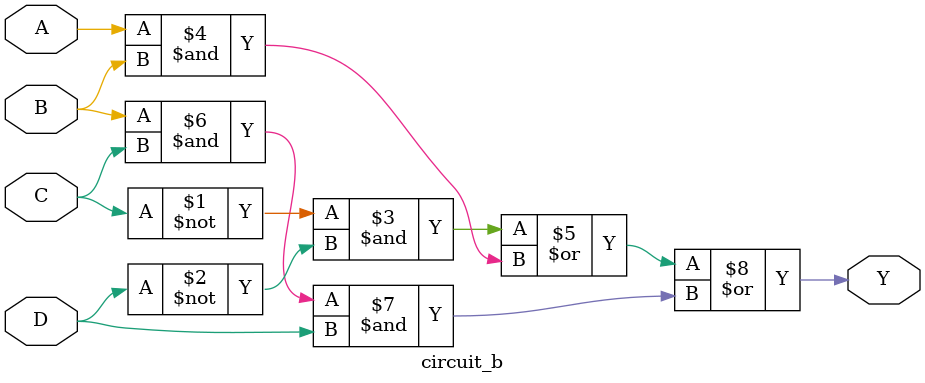
<source format=v>
module circuit_b(
    input A, B, C, D,
    output Y
);

    assign Y = (~C & ~D) | (A & B) | (B & C & D);

endmodule

</source>
